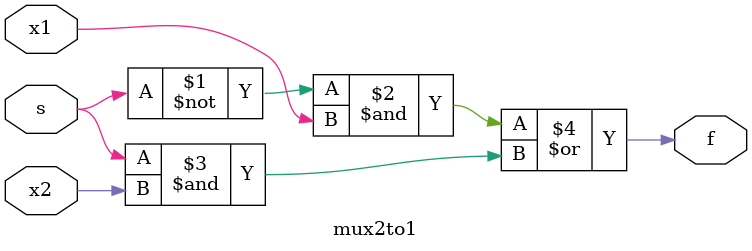
<source format=v>
 



// 0  0  0  0		0		0		0  0  0  0		0
// 0  0  0  1		1		0		0  0  0  0		0
// 0  0  1  0		2		0		0  0  0  0		0
// 0  0  1  1		3		0		0  0  0  0		0
// 0  1  0  0		4		0		0  0  0  0		0
// 0  1  0  1		5		0		0  0  0  0		0
// 0  1  1  0 		6		0		0  0  0  0		0
// 0  1  1  1		7		0		0  0  0  0		0
// 1  0  0  0		8		0		0  0  0  0		0
// 1  0  0  1		9		0		0  0  0  0		0
// 1  0  1  0		10		1		0  0  0  0		1
// 1  0  1  1		11		1		0  0  0  1		1
// 1  1  0  0		12		1		0  0  1  0		1
// 1  1  0  1		13		1		0  0  1  1		1
// 1  1  1  0		14		1		0  1  0  0		1
// 1  1  1  1		15		1		0  1  0  1		1
// 
//
// comp = v0 v2 + v0 v1
// b0   = 0
// b1   = v1 v2
// b2   = ~v2
// b3   = v3 
 module TaskTwo(V,HEXTens, HEXOnes,z ,m);
 
	input[3:0]V;
	output [7:0]HEXTens;
	output [7:0]HEXOnes;
	output z;
	output [3:0]m;
	//wire z, [3:0]m, [2:0]aOut;
	wire [2:0]aOut;
	
	Comparator U1( V[3:0], z );

	CircuitA A1( V[2:0], aOut[2:0]);

	mux2to1 M3( V[3], 0, z, m[3] );
	mux2to1 M2( V[2], aOut[2], z, m[2] );
	mux2to1 M1( V[1], aOut[1], z, m[1] );
	mux2to1 M0( V[0], aOut[0], z, m[0] );

	CircuitB B1( z, HEXTens);
	
	hexDisplay H1( m, HexTens);
	

 
	
 
 endmodule
 
 module Comparator(nibble, trueIfTenPlus);
	 
	 input[3:0]nibble;
	 output trueIfTenPlus;
	 
	 assign trueIfTenPlus = nibble[3] & (nibble[2] | nibble[1]);
	 
 endmodule
 

  module CircuitA(nibbleIn, nibbleOut);
	 
	 input[2:0]nibbleIn;
	 output [2:0]nibbleOut;
	 
	 assign nibbleOut[2] = nibbleIn[1] & nibbleIn[2];
	 assign nibbleOut[1] = ~nibbleIn[1];
	 assign nibbleOut[0] = nibbleIn[0];
	 
 endmodule
 
 module hexDisplay (SWs,HEX);

	input[3:0]SWs;
	output[6:0]HEX;
		
	assign HEX[0] = ~((SWs[3]) | (SWs[1]) | (SWs[2]&SWs[0]) | (~SWs[2]&~SWs[0]));
	assign HEX[1] = ~(~SWs[2] | ~SWs[1]&~SWs[0] | SWs[1]&SWs[0]);
	assign HEX[2] = ~(SWs[2] | ~SWs[1] | SWs[0]);
	assign HEX[3] = ~(~SWs[2]&~SWs[0] | SWs[1]&~SWs[0] | SWs[2]&~SWs[1]&SWs[0] | ~SWs[2]&SWs[1] | SWs[3]);
	assign HEX[4] = ~(~SWs[2]&~SWs[0] | SWs[1]&~SWs[0]);
	assign HEX[5] = ~ ( SWs[3] | ~SWs[1] & ~SWs[0] | SWs[2] & ~SWs[1] | SWs[2] & ~SWs[0] );
	assign HEX[6] = ~ ( SWs[3] | SWs[2]&~SWs[1] | ~SWs[2]&SWs[1] | SWs[1]&~SWs[0] );

endmodule

module CircuitB(trueIfTenPlus, HEX);

	input trueIfTenPlus;
	output [6:0]HEX;
	wire [3:0]w1;

	assign w1[3:0] = trueIfTenPlus;

	hexDisplay U1(w1[3:0],HEX);

endmodule

module mux2to1 (x1, x2, s, f); 
	input x1, x2, s;
	output f;
	assign f = ( ~s&x1) | (s&x2);
endmodule
 



 
</source>
